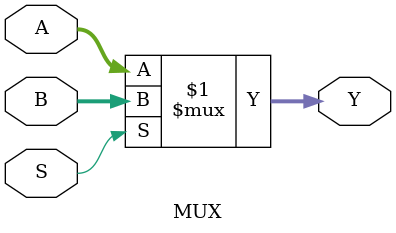
<source format=sv>
module MUX( input [63:0]A, input [63:0]B, input S, output reg [63:0]Y);
	assign Y = S?B:A;
endmodule
</source>
